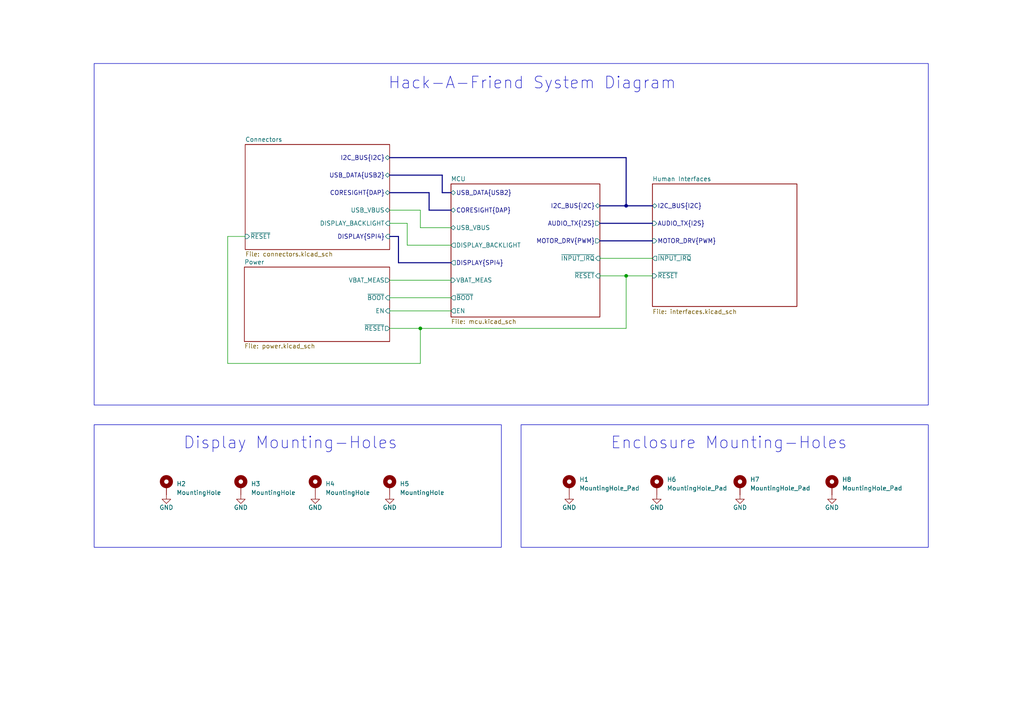
<source format=kicad_sch>
(kicad_sch (version 20250114) (generator "eeschema") (generator_version "9.0")
  (paper "A4")
  (title_block (title "${TITLE}") (date "2024-12-25") (rev "${VERSION}") (company "${AUTHOR}") (comment 1 "${LICENSE}"))
  (lib_symbols
    (symbol "GND_21" (power) (pin_names (offset 0))
      (property "Value" "GND" (at 0 -3.81 0))
      (symbol "GND_21_0_1"
        (polyline (pts (xy 0 0) (xy 0 -1.27) (xy 1.27 -1.27) (xy 0 -2.54) (xy -1.27 -1.27) (xy 0 -1.27)))
      )
      (symbol "GND_21_1_1"
        (pin power_in line (at 0 0 270) (length 0) (hide yes) (name "GND") (number "1"))
      )
    )
    (symbol "GND_22" (power) (pin_names (offset 0))
      (property "Value" "GND" (at 0 -3.81 0))
      (symbol "GND_22_0_1"
        (polyline (pts (xy 0 0) (xy 0 -1.27) (xy 1.27 -1.27) (xy 0 -2.54) (xy -1.27 -1.27) (xy 0 -1.27)))
      )
      (symbol "GND_22_1_1"
        (pin power_in line (at 0 0 270) (length 0) (hide yes) (name "GND") (number "1"))
      )
    )
    (symbol "GND_24" (power) (pin_names (offset 0))
      (property "Value" "GND" (at 0 -3.81 0))
      (symbol "GND_24_0_1"
        (polyline (pts (xy 0 0) (xy 0 -1.27) (xy 1.27 -1.27) (xy 0 -2.54) (xy -1.27 -1.27) (xy 0 -1.27)))
      )
      (symbol "GND_24_1_1"
        (pin power_in line (at 0 0 270) (length 0) (hide yes) (name "GND") (number "1"))
      )
    )
    (symbol "GND_49" (power) (pin_names (offset 0))
      (property "Value" "GND" (at 0 -3.81 0))
      (symbol "GND_49_0_1"
        (polyline (pts (xy 0 0) (xy 0 -1.27) (xy 1.27 -1.27) (xy 0 -2.54) (xy -1.27 -1.27) (xy 0 -1.27)))
      )
      (symbol "GND_49_1_1"
        (pin power_in line (at 0 0 270) (length 0) (hide yes) (name "GND") (number "1"))
      )
    )
    (symbol "Mechanical:MountingHole_Pad" (pin_numbers (hide yes)) (pin_names (offset 1.016) (hide yes))
      (property "Reference" "H" (at 0 6.35 0))
      (property "Value" "MountingHole_Pad" (at 0 4.445 0))
      (symbol "MountingHole_Pad_0_1"
        (circle (center 0 1.27) (radius 1.27) (stroke (width 1.27)))
      )
      (symbol "MountingHole_Pad_1_1"
        (pin input line (at 0 -2.54 90) (length 2.54) (name "1") (number "1"))
      )
    )
    (symbol "MountingHole_Pad_1" (pin_numbers (hide yes)) (pin_names (offset 1.016) (hide yes))
      (property "Reference" "H" (at 0 6.35 0))
      (property "Value" "MountingHole_Pad" (at 0 4.445 0))
      (symbol "MountingHole_Pad_1_0_1"
        (circle (center 0 1.27) (radius 1.27) (stroke (width 1.27)))
      )
      (symbol "MountingHole_Pad_1_1_1"
        (pin input line (at 0 -2.54 90) (length 2.54) (name "1") (number "1"))
      )
    )
    (symbol "MountingHole_Pad_2" (pin_numbers (hide yes)) (pin_names (offset 1.016) (hide yes))
      (property "Reference" "H" (at 0 6.35 0))
      (property "Value" "MountingHole_Pad" (at 0 4.445 0))
      (symbol "MountingHole_Pad_2_0_1"
        (circle (center 0 1.27) (radius 1.27) (stroke (width 1.27)))
      )
      (symbol "MountingHole_Pad_2_1_1"
        (pin input line (at 0 -2.54 90) (length 2.54) (name "1") (number "1"))
      )
    )
    (symbol "MountingHole_Pad_3" (pin_numbers (hide yes)) (pin_names (offset 1.016) (hide yes))
      (property "Reference" "H" (at 0 6.35 0))
      (property "Value" "MountingHole_Pad" (at 0 4.445 0))
      (symbol "MountingHole_Pad_3_0_1"
        (circle (center 0 1.27) (radius 1.27) (stroke (width 1.27)))
      )
      (symbol "MountingHole_Pad_3_1_1"
        (pin input line (at 0 -2.54 90) (length 2.54) (name "1") (number "1"))
      )
    )
    (symbol "MountingHole_Pad_4" (pin_numbers (hide yes)) (pin_names (offset 1.016) (hide yes))
      (property "Reference" "H" (at 0 6.35 0))
      (property "Value" "MountingHole_Pad" (at 0 4.445 0))
      (symbol "MountingHole_Pad_4_0_1"
        (circle (center 0 1.27) (radius 1.27) (stroke (width 1.27)))
      )
      (symbol "MountingHole_Pad_4_1_1"
        (pin input line (at 0 -2.54 90) (length 2.54) (name "1") (number "1"))
      )
    )
    (symbol "power:GND" (power) (pin_names (offset 0))
      (property "Value" "GND" (at 0 -3.81 0))
      (symbol "GND_0_1"
        (polyline (pts (xy 0 0) (xy 0 -1.27) (xy 1.27 -1.27) (xy 0 -2.54) (xy -1.27 -1.27) (xy 0 -1.27)))
      )
      (symbol "GND_1_1"
        (pin power_in line (at 0 0 270) (length 0) (hide yes) (name "GND") (number "1"))
      )
    )
  )
  (rectangle (start 27.305 123.19) (end 145.415 158.75))
  (rectangle (start 27.305 18.415) (end 269.24 117.475))
  (rectangle (start 151.13 123.19) (end 269.24 158.75))
  (text "Display Mounting-Holes" (at 53.086 130.556 0) (effects (font (size 3.4036 3.4036)) (justify left bottom)))
  (text "Hack-A-Friend System Diagram" (at 112.522 26.162 0) (effects (font (size 3.4036 3.4036)) (justify left bottom)))
  (text "Enclosure Mounting-Holes" (at 177.038 130.556 0) (effects (font (size 3.4036 3.4036)) (justify left bottom)))
  (junction (at 121.92 95.25))
  (junction (at 181.61 80.01))
  (junction (at 181.61 59.69))
  (wire (pts (xy 113.03 90.17) (xy 130.81 90.17)))
  (bus (pts (xy 113.03 45.72) (xy 181.61 45.72)))
  (bus (pts (xy 128.27 55.88) (xy 130.81 55.88)))
  (wire (pts (xy 113.03 86.36) (xy 130.81 86.36)))
  (wire (pts (xy 113.03 64.77) (xy 118.11 64.77)))
  (bus (pts (xy 181.61 45.72) (xy 181.61 59.69)))
  (wire (pts (xy 66.04 68.58) (xy 66.04 105.41)))
  (bus (pts (xy 115.57 76.2) (xy 130.81 76.2)))
  (bus (pts (xy 128.27 55.88) (xy 128.27 50.8)))
  (wire (pts (xy 173.99 80.01) (xy 181.61 80.01)))
  (wire (pts (xy 66.04 105.41) (xy 121.92 105.41)))
  (bus (pts (xy 124.46 55.88) (xy 124.46 60.96)))
  (bus (pts (xy 181.61 59.69) (xy 189.23 59.69)))
  (bus (pts (xy 113.03 50.8) (xy 128.27 50.8)))
  (bus (pts (xy 113.03 68.58) (xy 115.57 68.58)))
  (wire (pts (xy 118.11 71.12) (xy 130.81 71.12)))
  (wire (pts (xy 189.23 80.01) (xy 181.61 80.01)))
  (wire (pts (xy 173.99 74.93) (xy 189.23 74.93)))
  (wire (pts (xy 113.03 95.25) (xy 121.92 95.25)))
  (bus (pts (xy 173.99 69.85) (xy 189.23 69.85)))
  (wire (pts (xy 181.61 80.01) (xy 181.61 95.25)))
  (wire (pts (xy 118.11 64.77) (xy 118.11 71.12)))
  (wire (pts (xy 121.92 95.25) (xy 181.61 95.25)))
  (wire (pts (xy 71.12 68.58) (xy 66.04 68.58)))
  (wire (pts (xy 121.92 60.96) (xy 121.92 66.04)))
  (bus (pts (xy 173.99 59.69) (xy 181.61 59.69)))
  (bus (pts (xy 115.57 68.58) (xy 115.57 76.2)))
  (bus (pts (xy 113.03 55.88) (xy 124.46 55.88)))
  (wire (pts (xy 121.92 95.25) (xy 121.92 105.41)))
  (bus (pts (xy 173.99 64.77) (xy 189.23 64.77)))
  (wire (pts (xy 113.03 81.28) (xy 130.81 81.28)))
  (wire (pts (xy 113.03 60.96) (xy 121.92 60.96)))
  (wire (pts (xy 121.92 66.04) (xy 130.81 66.04)))
  (bus (pts (xy 130.81 60.96) (xy 124.46 60.96)))
  (symbol (lib_name "GND_49") (lib_id "power:GND") (at 165.1 143.51 0) (unit 1)
    (property "Reference" "#PWR082" (effects (hide yes)))
    (property "Value" "GND" (at 165.1 147.193 0))
  )
  (symbol (lib_name "GND_49") (lib_id "power:GND") (at 241.3 143.51 0) (unit 1)
    (property "Reference" "#PWR055" (effects (hide yes)))
    (property "Value" "GND" (at 241.3 147.193 0))
  )
  (symbol (lib_id "Mechanical:MountingHole_Pad") (at 91.44 140.97 0) (unit 1)
    (property "Reference" "H4" (at 94.361 140.335 0) (effects (justify left)))
    (property "Value" "MountingHole" (at 94.361 142.875 0) (effects (justify left)))
    (property "Footprint" "MountingHole:MountingHole_2.5mm_Pad" (effects (hide yes)))
  )
  (symbol (lib_id "power:GND") (at 113.03 143.51 0) (unit 1)
    (property "Reference" "#PWR086" (effects (hide yes)))
    (property "Value" "GND" (at 113.03 147.193 0))
  )
  (symbol (lib_name "MountingHole_Pad_2") (lib_id "Mechanical:MountingHole_Pad") (at 241.3 140.97 0) (unit 1)
    (property "Reference" "H8" (at 244.221 139.065 0) (effects (justify left)))
    (property "Value" "MountingHole_Pad" (at 244.221 141.605 0) (effects (justify left)))
    (property "Footprint" "MountingHole:MountingHole_2.7mm_M2.5_DIN965_Pad" (effects (hide yes)))
  )
  (symbol (lib_name "MountingHole_Pad_2") (lib_id "Mechanical:MountingHole_Pad") (at 214.63 140.97 0) (unit 1)
    (property "Reference" "H7" (at 217.551 139.065 0) (effects (justify left)))
    (property "Value" "MountingHole_Pad" (at 217.551 141.605 0) (effects (justify left)))
    (property "Footprint" "MountingHole:MountingHole_2.7mm_M2.5_DIN965_Pad" (effects (hide yes)))
  )
  (symbol (lib_name "GND_24") (lib_id "power:GND") (at 69.85 143.51 0) (unit 1)
    (property "Reference" "#PWR084" (effects (hide yes)))
    (property "Value" "GND" (at 69.85 147.193 0))
  )
  (symbol (lib_name "MountingHole_Pad_4") (lib_id "Mechanical:MountingHole_Pad") (at 69.85 140.97 0) (unit 1)
    (property "Reference" "H3" (at 72.771 140.335 0) (effects (justify left)))
    (property "Value" "MountingHole" (at 72.771 142.875 0) (effects (justify left)))
    (property "Footprint" "MountingHole:MountingHole_2.5mm_Pad" (effects (hide yes)))
  )
  (symbol (lib_name "MountingHole_Pad_2") (lib_id "Mechanical:MountingHole_Pad") (at 165.1 140.97 0) (unit 1)
    (property "Reference" "H1" (at 168.021 139.065 0) (effects (justify left)))
    (property "Value" "MountingHole_Pad" (at 168.021 141.605 0) (effects (justify left)))
    (property "Footprint" "MountingHole:MountingHole_2.7mm_M2.5_DIN965_Pad" (effects (hide yes)))
  )
  (symbol (lib_name "GND_21") (lib_id "power:GND") (at 91.44 143.51 0) (unit 1)
    (property "Reference" "#PWR085" (effects (hide yes)))
    (property "Value" "GND" (at 91.44 147.193 0))
  )
  (symbol (lib_name "GND_22") (lib_id "power:GND") (at 48.26 143.51 0) (unit 1)
    (property "Reference" "#PWR083" (effects (hide yes)))
    (property "Value" "GND" (at 48.26 147.193 0))
  )
  (symbol (lib_name "GND_49") (lib_id "power:GND") (at 214.63 143.51 0) (unit 1)
    (property "Reference" "#PWR053" (effects (hide yes)))
    (property "Value" "GND" (at 214.63 147.193 0))
  )
  (symbol (lib_name "MountingHole_Pad_3") (lib_id "Mechanical:MountingHole_Pad") (at 48.26 140.97 0) (unit 1)
    (property "Reference" "H2" (at 51.181 140.335 0) (effects (justify left)))
    (property "Value" "MountingHole" (at 51.181 142.875 0) (effects (justify left)))
    (property "Footprint" "MountingHole:MountingHole_2.5mm_Pad" (effects (hide yes)))
  )
  (symbol (lib_name "GND_49") (lib_id "power:GND") (at 190.5 143.51 0) (unit 1)
    (property "Reference" "#PWR034" (effects (hide yes)))
    (property "Value" "GND" (at 190.5 147.193 0))
  )
  (symbol (lib_name "MountingHole_Pad_2") (lib_id "Mechanical:MountingHole_Pad") (at 190.5 140.97 0) (unit 1)
    (property "Reference" "H6" (at 193.421 139.065 0) (effects (justify left)))
    (property "Value" "MountingHole_Pad" (at 193.421 141.605 0) (effects (justify left)))
    (property "Footprint" "MountingHole:MountingHole_2.7mm_M2.5_DIN965_Pad" (effects (hide yes)))
  )
  (symbol (lib_name "MountingHole_Pad_1") (lib_id "Mechanical:MountingHole_Pad") (at 113.03 140.97 0) (unit 1)
    (property "Reference" "H5" (at 115.951 140.335 0) (effects (justify left)))
    (property "Value" "MountingHole" (at 115.951 142.875 0) (effects (justify left)))
    (property "Footprint" "MountingHole:MountingHole_2.5mm_Pad" (effects (hide yes)))
  )
  (sheet (at 71.12 41.91) (size 41.91 30.48) (stroke (width 0.1524))
    (property "Sheetname" "Connectors" (at 71.12 41.1984 0) (effects (justify left bottom)))
    (property "Sheetfile" "connectors.kicad_sch" (at 71.12 72.9746 0) (effects (justify left top)))
    (pin "USB_VBUS" bidirectional (at 113.03 60.96 0))
    (pin "~{RESET}" input (at 71.12 68.58 180))
    (pin "DISPLAY{SPI4}" input (at 113.03 68.58 0))
    (pin "USB_DATA{USB2}" bidirectional (at 113.03 50.8 0))
    (pin "I2C_BUS{I2C}" bidirectional (at 113.03 45.72 0))
    (pin "CORESIGHT{DAP}" bidirectional (at 113.03 55.88 0))
    (pin "DISPLAY_BACKLIGHT" input (at 113.03 64.77 0))
  )
  (sheet (at 130.81 53.34) (size 43.18 38.608) (stroke (width 0.1524))
    (property "Sheetname" "MCU" (at 130.81 52.6284 0) (effects (justify left bottom)))
    (property "Sheetfile" "mcu.kicad_sch" (at 130.81 92.5326 0) (effects (justify left top)))
    (pin "USB_VBUS" bidirectional (at 130.81 66.04 180))
    (pin "~{RESET}" input (at 173.99 80.01 0))
    (pin "VBAT_MEAS" input (at 130.81 81.28 180))
    (pin "DISPLAY{SPI4}" output (at 130.81 76.2 180))
    (pin "USB_DATA{USB2}" bidirectional (at 130.81 55.88 180))
    (pin "I2C_BUS{I2C}" bidirectional (at 173.99 59.69 0))
    (pin "AUDIO_TX{I2S}" output (at 173.99 64.77 0))
    (pin "CORESIGHT{DAP}" bidirectional (at 130.81 60.96 180))
    (pin "DISPLAY_BACKLIGHT" output (at 130.81 71.12 180))
    (pin "MOTOR_DRV{PWM}" output (at 173.99 69.85 0))
    (pin "~{INPUT_IRQ}" input (at 173.99 74.93 0))
    (pin "~{BOOT}" output (at 130.81 86.36 180))
    (pin "EN" output (at 130.81 90.17 180))
  )
  (sheet (at 189.23 53.34) (size 41.91 35.56) (stroke (width 0.1524))
    (property "Sheetname" "Human Interfaces" (at 189.23 52.6284 0) (effects (justify left bottom)))
    (property "Sheetfile" "interfaces.kicad_sch" (at 189.23 89.662 0) (effects (justify left top)))
    (pin "~{RESET}" input (at 189.23 80.01 180))
    (pin "I2C_BUS{I2C}" bidirectional (at 189.23 59.69 180))
    (pin "AUDIO_TX{I2S}" input (at 189.23 64.77 180))
    (pin "MOTOR_DRV{PWM}" input (at 189.23 69.85 180))
    (pin "~{INPUT_IRQ}" output (at 189.23 74.93 180))
  )
  (sheet (at 70.866 77.47) (size 42.164 21.59) (stroke (width 0.1524))
    (property "Sheetname" "Power" (at 70.866 76.7584 0) (effects (justify left bottom)))
    (property "Sheetfile" "power.kicad_sch" (at 70.866 99.6446 0) (effects (justify left top)))
    (pin "~{RESET}" output (at 113.03 95.25 0))
    (pin "VBAT_MEAS" output (at 113.03 81.28 0))
    (pin "~{BOOT}" input (at 113.03 86.36 0))
    (pin "EN" input (at 113.03 90.17 0))
  )
)
</source>
